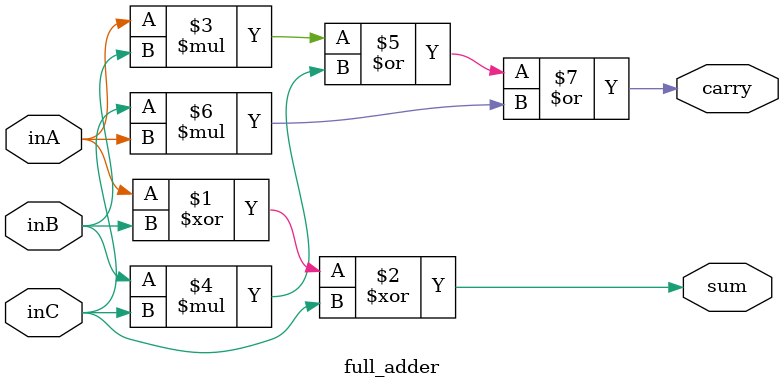
<source format=v>
module full_adder(inA, inB, inC, sum, carry
	);

	// Assigning ports as in/out
	input inA, inB, inC;
	output sum, carry;

	// Logic
	
	/// sum = a^b^c
	xor(sum, inA, inB, inC);

	/// carry = ab | bc | ca
	assign carry = (inA*inB) | (inB*inC) | (inC*inA);

endmodule

</source>
